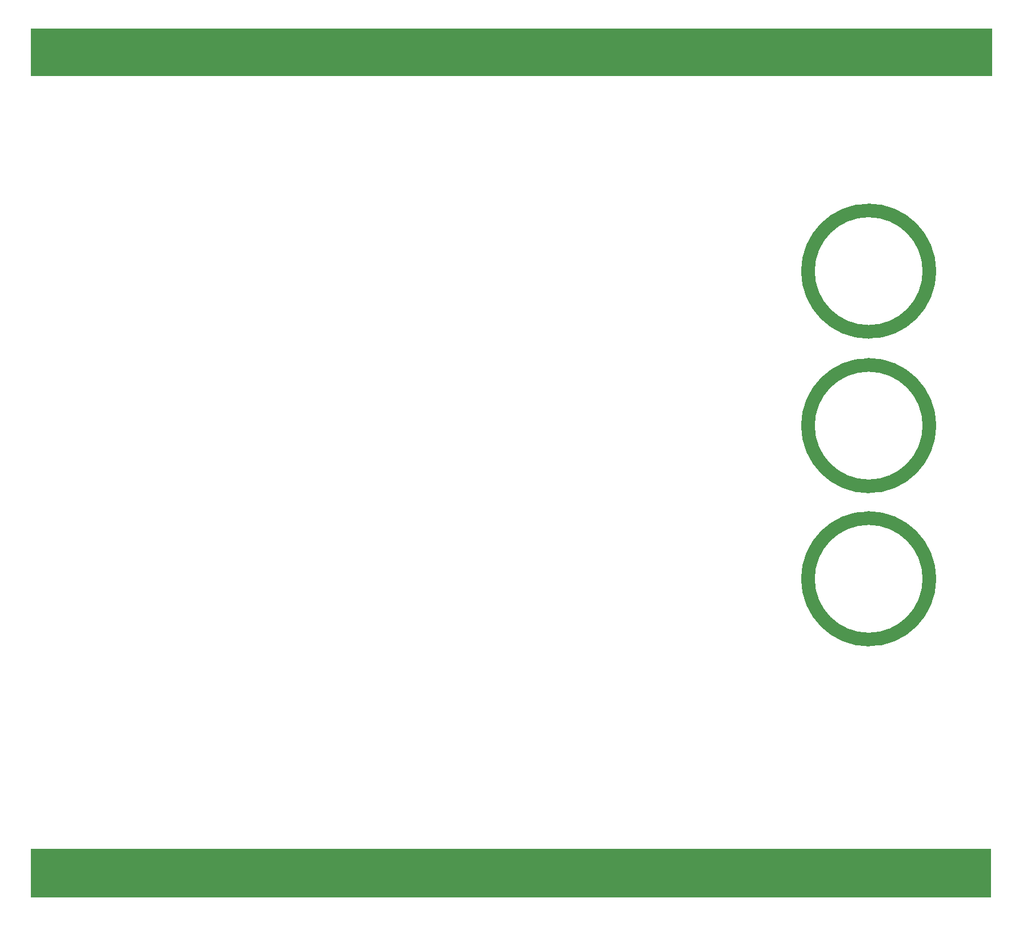
<source format=gbs>
G04 Layer: BottomSolderMaskLayer*
G04 EasyEDA v6.5.29, 2023-07-18 11:19:17*
G04 5f2044cace3448bf888c74a195837e88,5a6b42c53f6a479593ecc07194224c93,10*
G04 Gerber Generator version 0.2*
G04 Scale: 100 percent, Rotated: No, Reflected: No *
G04 Dimensions in millimeters *
G04 leading zeros omitted , absolute positions ,4 integer and 5 decimal *
%FSLAX45Y45*%
%MOMM*%

%ADD10O,6.6032126X3.4031936000000003*%
%ADD11C,2.0000*%

%LPD*%
D10*
G01*
X13487400Y330200D03*
G01*
X736600Y330200D03*
G01*
X736600Y12573000D03*
G01*
X13487400Y12573000D03*
D11*
G75*
G01
X13307873Y9260535D02*
G03X13307873Y9260535I-899998J0D01*
G75*
G01
X13307873Y6972300D02*
G03X13307873Y6972300I-899998J0D01*
G75*
G01
X13307873Y4703039D02*
G03X13307873Y4703039I-899998J0D01*
G36*
X0Y12852400D02*
G01*
X14236700Y12852400D01*
X14236700Y12152401D01*
X0Y12152401D01*
G37*
G36*
X0Y699998D02*
G01*
X14224000Y699998D01*
X14224000Y-12700D01*
X0Y-12700D01*
G37*
M02*

</source>
